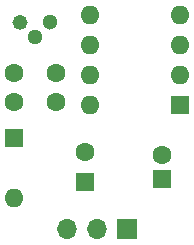
<source format=gbs>
G04 #@! TF.GenerationSoftware,KiCad,Pcbnew,(5.1.7)-1*
G04 #@! TF.CreationDate,2021-11-13T12:09:10+01:00*
G04 #@! TF.ProjectId,psu-module-negative,7073752d-6d6f-4647-956c-652d6e656761,rev?*
G04 #@! TF.SameCoordinates,Original*
G04 #@! TF.FileFunction,Soldermask,Bot*
G04 #@! TF.FilePolarity,Negative*
%FSLAX46Y46*%
G04 Gerber Fmt 4.6, Leading zero omitted, Abs format (unit mm)*
G04 Created by KiCad (PCBNEW (5.1.7)-1) date 2021-11-13 12:09:10*
%MOMM*%
%LPD*%
G01*
G04 APERTURE LIST*
%ADD10R,1.600000X1.600000*%
%ADD11O,1.600000X1.600000*%
%ADD12C,1.600000*%
%ADD13O,1.300000X1.300000*%
%ADD14C,1.300000*%
%ADD15R,1.700000X1.700000*%
%ADD16O,1.700000X1.700000*%
G04 APERTURE END LIST*
D10*
X16960000Y-18000000D03*
D11*
X16960000Y-23080000D03*
D12*
X20500000Y-12500000D03*
X20500000Y-15000000D03*
X16960000Y-12500000D03*
X16960000Y-15000000D03*
D13*
X18730000Y-9520000D03*
D14*
X20000000Y-8250000D03*
G36*
G01*
X17919619Y-7790381D02*
X17919619Y-7790381D01*
G75*
G02*
X17919619Y-8709619I-459619J-459619D01*
G01*
X17919619Y-8709619D01*
G75*
G02*
X17000381Y-8709619I-459619J459619D01*
G01*
X17000381Y-8709619D01*
G75*
G02*
X17000381Y-7790381I459619J459619D01*
G01*
X17000381Y-7790381D01*
G75*
G02*
X17919619Y-7790381I459619J-459619D01*
G01*
G37*
D10*
X23000000Y-21750000D03*
D12*
X23000000Y-19250000D03*
D10*
X31000000Y-15250000D03*
D11*
X23380000Y-7630000D03*
X31000000Y-12710000D03*
X23380000Y-10170000D03*
X31000000Y-10170000D03*
X23380000Y-12710000D03*
X31000000Y-7630000D03*
X23380000Y-15250000D03*
D10*
X29500000Y-21500000D03*
D12*
X29500000Y-19500000D03*
D15*
X26540000Y-25750000D03*
D16*
X24000000Y-25750000D03*
X21460000Y-25750000D03*
M02*

</source>
